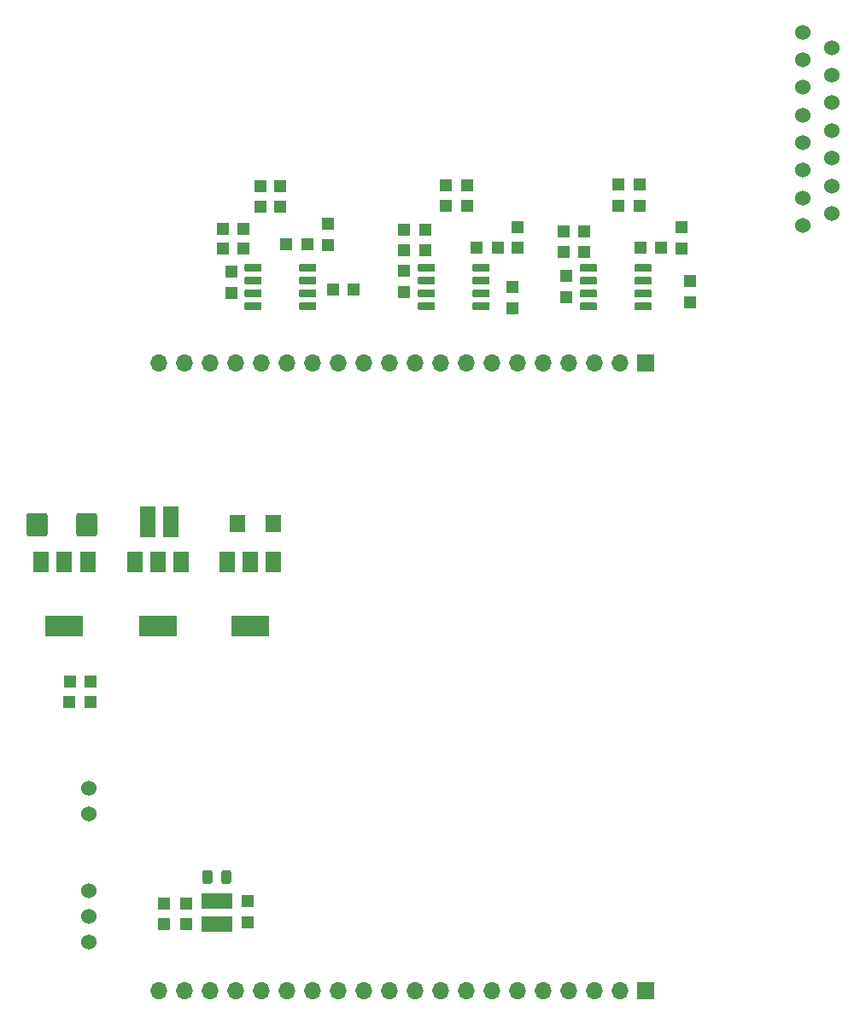
<source format=gbr>
%TF.GenerationSoftware,KiCad,Pcbnew,(5.1.8-0-10_14)*%
%TF.CreationDate,2021-04-23T13:19:29-04:00*%
%TF.ProjectId,Data Collection Shield for Chest Strap Assembly,44617461-2043-46f6-9c6c-656374696f6e,rev?*%
%TF.SameCoordinates,Original*%
%TF.FileFunction,Soldermask,Top*%
%TF.FilePolarity,Negative*%
%FSLAX46Y46*%
G04 Gerber Fmt 4.6, Leading zero omitted, Abs format (unit mm)*
G04 Created by KiCad (PCBNEW (5.1.8-0-10_14)) date 2021-04-23 13:19:29*
%MOMM*%
%LPD*%
G01*
G04 APERTURE LIST*
%ADD10C,1.524000*%
%ADD11R,3.800000X2.000000*%
%ADD12R,1.500000X2.000000*%
%ADD13O,1.700000X1.700000*%
%ADD14R,1.700000X1.700000*%
%ADD15R,1.200000X1.200000*%
%ADD16R,1.520000X3.050000*%
%ADD17R,1.500000X1.800000*%
%ADD18R,3.050000X1.520000*%
G04 APERTURE END LIST*
D10*
%TO.C,J1*%
X177926000Y-49981000D03*
X177926000Y-52721000D03*
X177926000Y-55461000D03*
X177926000Y-58201000D03*
X177926000Y-60941000D03*
X177926000Y-63681000D03*
X177926000Y-66421000D03*
X175086000Y-48449000D03*
X175086000Y-51189000D03*
X175086000Y-53929000D03*
X175086000Y-56669000D03*
X175086000Y-59409000D03*
X175086000Y-62149000D03*
X175086000Y-64889000D03*
X175086000Y-67629000D03*
%TD*%
%TO.C,D1*%
G36*
G01*
X116517000Y-131750750D02*
X116517000Y-132663250D01*
G75*
G02*
X116273250Y-132907000I-243750J0D01*
G01*
X115785750Y-132907000D01*
G75*
G02*
X115542000Y-132663250I0J243750D01*
G01*
X115542000Y-131750750D01*
G75*
G02*
X115785750Y-131507000I243750J0D01*
G01*
X116273250Y-131507000D01*
G75*
G02*
X116517000Y-131750750I0J-243750D01*
G01*
G37*
G36*
G01*
X118392000Y-131750750D02*
X118392000Y-132663250D01*
G75*
G02*
X118148250Y-132907000I-243750J0D01*
G01*
X117660750Y-132907000D01*
G75*
G02*
X117417000Y-132663250I0J243750D01*
G01*
X117417000Y-131750750D01*
G75*
G02*
X117660750Y-131507000I243750J0D01*
G01*
X118148250Y-131507000D01*
G75*
G02*
X118392000Y-131750750I0J-243750D01*
G01*
G37*
%TD*%
D11*
%TO.C,U9*%
X120269000Y-107290000D03*
D12*
X120269000Y-100990000D03*
X117969000Y-100990000D03*
X122569000Y-100990000D03*
%TD*%
D10*
%TO.C,U3*%
X104316000Y-138684000D03*
X104316000Y-136144000D03*
X104316000Y-133604000D03*
X104316000Y-125984000D03*
X104316000Y-123444000D03*
%TD*%
D13*
%TO.C,U8*%
X111252000Y-143510000D03*
X113792000Y-143510000D03*
X116332000Y-143510000D03*
X118872000Y-143510000D03*
X121412000Y-143510000D03*
X123952000Y-143510000D03*
X126492000Y-143510000D03*
X129032000Y-143510000D03*
X131572000Y-143510000D03*
X134112000Y-143510000D03*
X136652000Y-143510000D03*
X139192000Y-143510000D03*
X141732000Y-143510000D03*
X144272000Y-143510000D03*
X146812000Y-143510000D03*
X149352000Y-143510000D03*
X151892000Y-143510000D03*
X154432000Y-143510000D03*
X156972000Y-143510000D03*
D14*
X159512000Y-143510000D03*
%TD*%
%TO.C,U1*%
G36*
G01*
X160065720Y-71513700D02*
X160065720Y-72123300D01*
G75*
G02*
X159994600Y-72194420I-71120J0D01*
G01*
X158445200Y-72194420D01*
G75*
G02*
X158374080Y-72123300I0J71120D01*
G01*
X158374080Y-71513700D01*
G75*
G02*
X158445200Y-71442580I71120J0D01*
G01*
X159994600Y-71442580D01*
G75*
G02*
X160065720Y-71513700I0J-71120D01*
G01*
G37*
G36*
G01*
X160065720Y-72783700D02*
X160065720Y-73393300D01*
G75*
G02*
X159994600Y-73464420I-71120J0D01*
G01*
X158445200Y-73464420D01*
G75*
G02*
X158374080Y-73393300I0J71120D01*
G01*
X158374080Y-72783700D01*
G75*
G02*
X158445200Y-72712580I71120J0D01*
G01*
X159994600Y-72712580D01*
G75*
G02*
X160065720Y-72783700I0J-71120D01*
G01*
G37*
G36*
G01*
X160065720Y-74053700D02*
X160065720Y-74663300D01*
G75*
G02*
X159994600Y-74734420I-71120J0D01*
G01*
X158445200Y-74734420D01*
G75*
G02*
X158374080Y-74663300I0J71120D01*
G01*
X158374080Y-74053700D01*
G75*
G02*
X158445200Y-73982580I71120J0D01*
G01*
X159994600Y-73982580D01*
G75*
G02*
X160065720Y-74053700I0J-71120D01*
G01*
G37*
G36*
G01*
X160065720Y-75323700D02*
X160065720Y-75933300D01*
G75*
G02*
X159994600Y-76004420I-71120J0D01*
G01*
X158445200Y-76004420D01*
G75*
G02*
X158374080Y-75933300I0J71120D01*
G01*
X158374080Y-75323700D01*
G75*
G02*
X158445200Y-75252580I71120J0D01*
G01*
X159994600Y-75252580D01*
G75*
G02*
X160065720Y-75323700I0J-71120D01*
G01*
G37*
G36*
G01*
X154655520Y-71513700D02*
X154655520Y-72123300D01*
G75*
G02*
X154584400Y-72194420I-71120J0D01*
G01*
X153035000Y-72194420D01*
G75*
G02*
X152963880Y-72123300I0J71120D01*
G01*
X152963880Y-71513700D01*
G75*
G02*
X153035000Y-71442580I71120J0D01*
G01*
X154584400Y-71442580D01*
G75*
G02*
X154655520Y-71513700I0J-71120D01*
G01*
G37*
G36*
G01*
X154655520Y-72783700D02*
X154655520Y-73393300D01*
G75*
G02*
X154584400Y-73464420I-71120J0D01*
G01*
X153035000Y-73464420D01*
G75*
G02*
X152963880Y-73393300I0J71120D01*
G01*
X152963880Y-72783700D01*
G75*
G02*
X153035000Y-72712580I71120J0D01*
G01*
X154584400Y-72712580D01*
G75*
G02*
X154655520Y-72783700I0J-71120D01*
G01*
G37*
G36*
G01*
X154655520Y-75323700D02*
X154655520Y-75933300D01*
G75*
G02*
X154584400Y-76004420I-71120J0D01*
G01*
X153035000Y-76004420D01*
G75*
G02*
X152963880Y-75933300I0J71120D01*
G01*
X152963880Y-75323700D01*
G75*
G02*
X153035000Y-75252580I71120J0D01*
G01*
X154584400Y-75252580D01*
G75*
G02*
X154655520Y-75323700I0J-71120D01*
G01*
G37*
G36*
G01*
X154655520Y-74053700D02*
X154655520Y-74663300D01*
G75*
G02*
X154584400Y-74734420I-71120J0D01*
G01*
X153035000Y-74734420D01*
G75*
G02*
X152963880Y-74663300I0J71120D01*
G01*
X152963880Y-74053700D01*
G75*
G02*
X153035000Y-73982580I71120J0D01*
G01*
X154584400Y-73982580D01*
G75*
G02*
X154655520Y-74053700I0J-71120D01*
G01*
G37*
%TD*%
%TO.C,U2*%
G36*
G01*
X144012920Y-71513700D02*
X144012920Y-72123300D01*
G75*
G02*
X143941800Y-72194420I-71120J0D01*
G01*
X142392400Y-72194420D01*
G75*
G02*
X142321280Y-72123300I0J71120D01*
G01*
X142321280Y-71513700D01*
G75*
G02*
X142392400Y-71442580I71120J0D01*
G01*
X143941800Y-71442580D01*
G75*
G02*
X144012920Y-71513700I0J-71120D01*
G01*
G37*
G36*
G01*
X144012920Y-72783700D02*
X144012920Y-73393300D01*
G75*
G02*
X143941800Y-73464420I-71120J0D01*
G01*
X142392400Y-73464420D01*
G75*
G02*
X142321280Y-73393300I0J71120D01*
G01*
X142321280Y-72783700D01*
G75*
G02*
X142392400Y-72712580I71120J0D01*
G01*
X143941800Y-72712580D01*
G75*
G02*
X144012920Y-72783700I0J-71120D01*
G01*
G37*
G36*
G01*
X144012920Y-74053700D02*
X144012920Y-74663300D01*
G75*
G02*
X143941800Y-74734420I-71120J0D01*
G01*
X142392400Y-74734420D01*
G75*
G02*
X142321280Y-74663300I0J71120D01*
G01*
X142321280Y-74053700D01*
G75*
G02*
X142392400Y-73982580I71120J0D01*
G01*
X143941800Y-73982580D01*
G75*
G02*
X144012920Y-74053700I0J-71120D01*
G01*
G37*
G36*
G01*
X144012920Y-75323700D02*
X144012920Y-75933300D01*
G75*
G02*
X143941800Y-76004420I-71120J0D01*
G01*
X142392400Y-76004420D01*
G75*
G02*
X142321280Y-75933300I0J71120D01*
G01*
X142321280Y-75323700D01*
G75*
G02*
X142392400Y-75252580I71120J0D01*
G01*
X143941800Y-75252580D01*
G75*
G02*
X144012920Y-75323700I0J-71120D01*
G01*
G37*
G36*
G01*
X138602720Y-71513700D02*
X138602720Y-72123300D01*
G75*
G02*
X138531600Y-72194420I-71120J0D01*
G01*
X136982200Y-72194420D01*
G75*
G02*
X136911080Y-72123300I0J71120D01*
G01*
X136911080Y-71513700D01*
G75*
G02*
X136982200Y-71442580I71120J0D01*
G01*
X138531600Y-71442580D01*
G75*
G02*
X138602720Y-71513700I0J-71120D01*
G01*
G37*
G36*
G01*
X138602720Y-72783700D02*
X138602720Y-73393300D01*
G75*
G02*
X138531600Y-73464420I-71120J0D01*
G01*
X136982200Y-73464420D01*
G75*
G02*
X136911080Y-73393300I0J71120D01*
G01*
X136911080Y-72783700D01*
G75*
G02*
X136982200Y-72712580I71120J0D01*
G01*
X138531600Y-72712580D01*
G75*
G02*
X138602720Y-72783700I0J-71120D01*
G01*
G37*
G36*
G01*
X138602720Y-75323700D02*
X138602720Y-75933300D01*
G75*
G02*
X138531600Y-76004420I-71120J0D01*
G01*
X136982200Y-76004420D01*
G75*
G02*
X136911080Y-75933300I0J71120D01*
G01*
X136911080Y-75323700D01*
G75*
G02*
X136982200Y-75252580I71120J0D01*
G01*
X138531600Y-75252580D01*
G75*
G02*
X138602720Y-75323700I0J-71120D01*
G01*
G37*
G36*
G01*
X138602720Y-74053700D02*
X138602720Y-74663300D01*
G75*
G02*
X138531600Y-74734420I-71120J0D01*
G01*
X136982200Y-74734420D01*
G75*
G02*
X136911080Y-74663300I0J71120D01*
G01*
X136911080Y-74053700D01*
G75*
G02*
X136982200Y-73982580I71120J0D01*
G01*
X138531600Y-73982580D01*
G75*
G02*
X138602720Y-74053700I0J-71120D01*
G01*
G37*
%TD*%
D15*
%TO.C,C1*%
X111760000Y-136908000D03*
X111760000Y-134808000D03*
%TD*%
%TO.C,C2*%
X163893500Y-73152000D03*
X163893500Y-75252000D03*
%TD*%
%TO.C,C3*%
X151574500Y-72644000D03*
X151574500Y-74744000D03*
%TD*%
%TO.C,C4*%
X146240500Y-73723500D03*
X146240500Y-75823500D03*
%TD*%
%TO.C,C5*%
X158877000Y-63559000D03*
X158877000Y-65659000D03*
%TD*%
%TO.C,C6*%
X156781500Y-63563500D03*
X156781500Y-65663500D03*
%TD*%
%TO.C,C7*%
X141766000Y-63593000D03*
X141766000Y-65693000D03*
%TD*%
%TO.C,C8*%
X120015000Y-134618000D03*
X120015000Y-136718000D03*
%TD*%
%TO.C,C9*%
X104443000Y-114871500D03*
X102343000Y-114871500D03*
%TD*%
%TO.C,C10*%
X135509000Y-72136000D03*
X135509000Y-74236000D03*
%TD*%
%TO.C,C11*%
X130556000Y-73977500D03*
X128456000Y-73977500D03*
%TD*%
%TO.C,C12*%
X118427500Y-72199500D03*
X118427500Y-74299500D03*
%TD*%
%TO.C,C13*%
X104472500Y-112839500D03*
X102372500Y-112839500D03*
%TD*%
%TO.C,C14*%
X139700000Y-63593000D03*
X139700000Y-65693000D03*
%TD*%
%TO.C,C15*%
X123253500Y-63686000D03*
X123253500Y-65786000D03*
%TD*%
%TO.C,C16*%
X121285000Y-63690500D03*
X121285000Y-65790500D03*
%TD*%
%TO.C,C17*%
G36*
G01*
X105100000Y-96357000D02*
X105100000Y-98207000D01*
G75*
G02*
X104850000Y-98457000I-250000J0D01*
G01*
X103275000Y-98457000D01*
G75*
G02*
X103025000Y-98207000I0J250000D01*
G01*
X103025000Y-96357000D01*
G75*
G02*
X103275000Y-96107000I250000J0D01*
G01*
X104850000Y-96107000D01*
G75*
G02*
X105100000Y-96357000I0J-250000D01*
G01*
G37*
G36*
G01*
X100175000Y-96357000D02*
X100175000Y-98207000D01*
G75*
G02*
X99925000Y-98457000I-250000J0D01*
G01*
X98350000Y-98457000D01*
G75*
G02*
X98100000Y-98207000I0J250000D01*
G01*
X98100000Y-96357000D01*
G75*
G02*
X98350000Y-96107000I250000J0D01*
G01*
X99925000Y-96107000D01*
G75*
G02*
X100175000Y-96357000I0J-250000D01*
G01*
G37*
%TD*%
D16*
%TO.C,C18*%
X112397000Y-97028000D03*
X110107000Y-97028000D03*
%TD*%
D17*
%TO.C,C19*%
X122577000Y-97155000D03*
X118977000Y-97155000D03*
%TD*%
D18*
%TO.C,L1*%
X116967000Y-134618000D03*
X116967000Y-136908000D03*
%TD*%
D15*
%TO.C,R1*%
X163068000Y-67818000D03*
X163068000Y-69918000D03*
%TD*%
%TO.C,R2*%
X153416000Y-68199000D03*
X151316000Y-68199000D03*
%TD*%
%TO.C,R3*%
X146812000Y-67750000D03*
X146812000Y-69850000D03*
%TD*%
%TO.C,R4*%
X113919000Y-136908000D03*
X113919000Y-134808000D03*
%TD*%
%TO.C,R5*%
X161036000Y-69850000D03*
X158936000Y-69850000D03*
%TD*%
%TO.C,R6*%
X151316000Y-70231000D03*
X153416000Y-70231000D03*
%TD*%
%TO.C,R7*%
X144843500Y-69786500D03*
X142743500Y-69786500D03*
%TD*%
%TO.C,R8*%
X137604500Y-68008500D03*
X135504500Y-68008500D03*
%TD*%
%TO.C,R9*%
X127952500Y-67437000D03*
X127952500Y-69537000D03*
%TD*%
%TO.C,R10*%
X119634000Y-67945000D03*
X117534000Y-67945000D03*
%TD*%
%TO.C,R11*%
X135504500Y-70040500D03*
X137604500Y-70040500D03*
%TD*%
%TO.C,R12*%
X125954500Y-69503000D03*
X123854500Y-69503000D03*
%TD*%
%TO.C,R13*%
X117534000Y-69913500D03*
X119634000Y-69913500D03*
%TD*%
%TO.C,U4*%
G36*
G01*
X126817120Y-71513700D02*
X126817120Y-72123300D01*
G75*
G02*
X126746000Y-72194420I-71120J0D01*
G01*
X125196600Y-72194420D01*
G75*
G02*
X125125480Y-72123300I0J71120D01*
G01*
X125125480Y-71513700D01*
G75*
G02*
X125196600Y-71442580I71120J0D01*
G01*
X126746000Y-71442580D01*
G75*
G02*
X126817120Y-71513700I0J-71120D01*
G01*
G37*
G36*
G01*
X126817120Y-72783700D02*
X126817120Y-73393300D01*
G75*
G02*
X126746000Y-73464420I-71120J0D01*
G01*
X125196600Y-73464420D01*
G75*
G02*
X125125480Y-73393300I0J71120D01*
G01*
X125125480Y-72783700D01*
G75*
G02*
X125196600Y-72712580I71120J0D01*
G01*
X126746000Y-72712580D01*
G75*
G02*
X126817120Y-72783700I0J-71120D01*
G01*
G37*
G36*
G01*
X126817120Y-74053700D02*
X126817120Y-74663300D01*
G75*
G02*
X126746000Y-74734420I-71120J0D01*
G01*
X125196600Y-74734420D01*
G75*
G02*
X125125480Y-74663300I0J71120D01*
G01*
X125125480Y-74053700D01*
G75*
G02*
X125196600Y-73982580I71120J0D01*
G01*
X126746000Y-73982580D01*
G75*
G02*
X126817120Y-74053700I0J-71120D01*
G01*
G37*
G36*
G01*
X126817120Y-75323700D02*
X126817120Y-75933300D01*
G75*
G02*
X126746000Y-76004420I-71120J0D01*
G01*
X125196600Y-76004420D01*
G75*
G02*
X125125480Y-75933300I0J71120D01*
G01*
X125125480Y-75323700D01*
G75*
G02*
X125196600Y-75252580I71120J0D01*
G01*
X126746000Y-75252580D01*
G75*
G02*
X126817120Y-75323700I0J-71120D01*
G01*
G37*
G36*
G01*
X121406920Y-71513700D02*
X121406920Y-72123300D01*
G75*
G02*
X121335800Y-72194420I-71120J0D01*
G01*
X119786400Y-72194420D01*
G75*
G02*
X119715280Y-72123300I0J71120D01*
G01*
X119715280Y-71513700D01*
G75*
G02*
X119786400Y-71442580I71120J0D01*
G01*
X121335800Y-71442580D01*
G75*
G02*
X121406920Y-71513700I0J-71120D01*
G01*
G37*
G36*
G01*
X121406920Y-72783700D02*
X121406920Y-73393300D01*
G75*
G02*
X121335800Y-73464420I-71120J0D01*
G01*
X119786400Y-73464420D01*
G75*
G02*
X119715280Y-73393300I0J71120D01*
G01*
X119715280Y-72783700D01*
G75*
G02*
X119786400Y-72712580I71120J0D01*
G01*
X121335800Y-72712580D01*
G75*
G02*
X121406920Y-72783700I0J-71120D01*
G01*
G37*
G36*
G01*
X121406920Y-75323700D02*
X121406920Y-75933300D01*
G75*
G02*
X121335800Y-76004420I-71120J0D01*
G01*
X119786400Y-76004420D01*
G75*
G02*
X119715280Y-75933300I0J71120D01*
G01*
X119715280Y-75323700D01*
G75*
G02*
X119786400Y-75252580I71120J0D01*
G01*
X121335800Y-75252580D01*
G75*
G02*
X121406920Y-75323700I0J-71120D01*
G01*
G37*
G36*
G01*
X121406920Y-74053700D02*
X121406920Y-74663300D01*
G75*
G02*
X121335800Y-74734420I-71120J0D01*
G01*
X119786400Y-74734420D01*
G75*
G02*
X119715280Y-74663300I0J71120D01*
G01*
X119715280Y-74053700D01*
G75*
G02*
X119786400Y-73982580I71120J0D01*
G01*
X121335800Y-73982580D01*
G75*
G02*
X121406920Y-74053700I0J-71120D01*
G01*
G37*
%TD*%
D11*
%TO.C,U5*%
X101854000Y-107290000D03*
D12*
X101854000Y-100990000D03*
X99554000Y-100990000D03*
X104154000Y-100990000D03*
%TD*%
D11*
%TO.C,U6*%
X111125000Y-107290000D03*
D12*
X111125000Y-100990000D03*
X108825000Y-100990000D03*
X113425000Y-100990000D03*
%TD*%
D13*
%TO.C,U10*%
X111252000Y-81280000D03*
X113792000Y-81280000D03*
X116332000Y-81280000D03*
X118872000Y-81280000D03*
X121412000Y-81280000D03*
X123952000Y-81280000D03*
X126492000Y-81280000D03*
X129032000Y-81280000D03*
X131572000Y-81280000D03*
X134112000Y-81280000D03*
X136652000Y-81280000D03*
X139192000Y-81280000D03*
X141732000Y-81280000D03*
X144272000Y-81280000D03*
X146812000Y-81280000D03*
X149352000Y-81280000D03*
X151892000Y-81280000D03*
X154432000Y-81280000D03*
X156972000Y-81280000D03*
D14*
X159512000Y-81280000D03*
%TD*%
M02*

</source>
